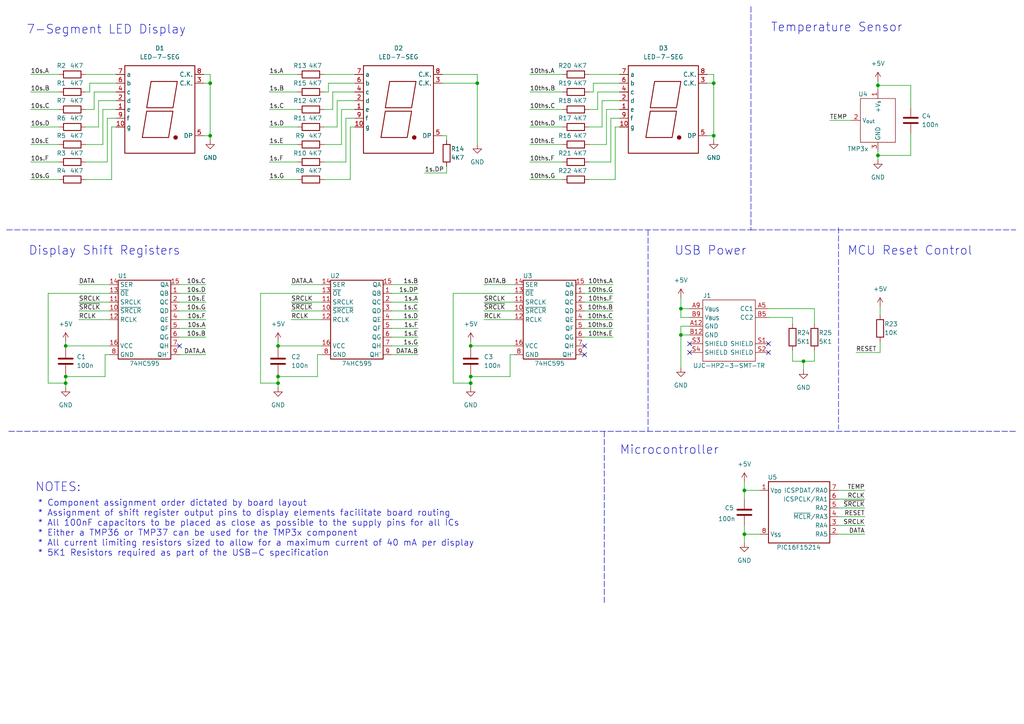
<source format=kicad_sch>
(kicad_sch (version 20230121) (generator eeschema)
  (paper "A4")
  (title_block (title "Desktop Thermometer - USB 2 Version") (date "28-Feb-2024") (rev "1.0-A"))
  (lib_symbols
    (symbol "Device:R" (pin_numbers hide) (pin_names (offset 0))
      (property "Reference" "R" (at 2.032 0 90))
      (property "Value" "R" (at 0 0 90))
      (symbol "R_0_1"
        (rectangle (start -1.016 -2.54) (end 1.016 2.54) (stroke (width 0.254)))
      )
      (symbol "R_1_1"
        (pin passive line (at 0 3.81 270) (length 1.27) (name "~") (number "1"))
        (pin passive line (at 0 -3.81 90) (length 1.27) (name "~") (number "2"))
      )
    )
    (symbol "Schematic Symbols:74HC595"
      (property "Reference" "U" (at -6.35 15.24 0))
      (property "Value" "74HC595" (at -2.54 12.7 0))
      (symbol "74HC595_1_0"
        (pin output line (at 10.16 7.62 180) (length 2.54) (name "QB") (number "1"))
        (pin input line (at -10.16 2.54 0) (length 2.54) (name "~{SRCLR}") (number "10"))
        (pin input line (at -10.16 5.08 0) (length 2.54) (name "SRCLK") (number "11"))
        (pin input line (at -10.16 0 0) (length 2.54) (name "RCLK") (number "12"))
        (pin input line (at -10.16 7.62 0) (length 2.54) (name "~{OE}") (number "13"))
        (pin input line (at -10.16 10.16 0) (length 2.54) (name "SER") (number "14"))
        (pin output line (at 10.16 10.16 180) (length 2.54) (name "QA") (number "15"))
        (pin power_in line (at -10.16 -7.62 0) (length 2.54) (name "VCC") (number "16"))
        (pin output line (at 10.16 5.08 180) (length 2.54) (name "QC") (number "2"))
        (pin output line (at 10.16 2.54 180) (length 2.54) (name "QD") (number "3"))
        (pin output line (at 10.16 0 180) (length 2.54) (name "QE") (number "4"))
        (pin output line (at 10.16 -2.54 180) (length 2.54) (name "QF") (number "5"))
        (pin output line (at 10.16 -5.08 180) (length 2.54) (name "QG") (number "6"))
        (pin output line (at 10.16 -7.62 180) (length 2.54) (name "QH") (number "7"))
        (pin power_in line (at -10.16 -10.16 0) (length 2.54) (name "GND") (number "8"))
        (pin output line (at 10.16 -10.16 180) (length 2.54) (name "QH'") (number "9"))
      )
      (symbol "74HC595_1_1"
        (rectangle (start -7.62 11.43) (end 7.62 -11.43) (stroke (width 0.254)))
      )
    )
    (symbol "Schematic Symbols:C" (pin_numbers hide) (pin_names (offset 0.254))
      (property "Reference" "C" (at 0.635 2.54 0))
      (property "Value" "C" (at 0.635 -2.54 0))
      (symbol "C_0_1"
        (polyline (pts (xy -2.032 -0.762) (xy 2.032 -0.762)) (stroke (width 0.508)))
        (polyline (pts (xy -2.032 0.762) (xy 2.032 0.762)) (stroke (width 0.508)))
      )
      (symbol "C_1_1"
        (pin passive line (at 0 3.81 270) (length 2.794) (name "~") (number "1"))
        (pin passive line (at 0 -3.81 90) (length 2.794) (name "~") (number "2"))
      )
    )
    (symbol "Schematic Symbols:LED-7-SEG"
      (property "Reference" "D" (at -10.16 13.97 0))
      (property "Value" "LED-7-SEG" (at 4.064 13.97 0))
      (symbol "LED-7-SEG_0_1"
        (rectangle (start -10.16 12.7) (end 10.16 -12.7) (stroke (width 0.254)))
        (polyline (pts (xy -3.81 -0.508) (xy 3.81 -0.508) (xy 2.54 -8.128) (xy -5.08 -8.128) (xy -3.81 -0.508) (xy -3.81 -0.508)) (stroke (width 0.254)))
        (polyline (pts (xy -2.54 8.128) (xy 5.08 8.128) (xy 3.81 0.508) (xy -3.81 0.508) (xy -2.54 8.128) (xy -2.54 8.128)) (stroke (width 0.254)))
        (circle (center 4.572 -8.128) (radius 0.508) (stroke (width 0.254)) (fill (type outline)))
      )
      (symbol "LED-7-SEG_1_1"
        (pin passive line (at -12.7 0 0) (length 2.54) (name "e") (number "1"))
        (pin passive line (at -12.7 -5.08 0) (length 2.54) (name "g") (number "10"))
        (pin passive line (at -12.7 2.54 0) (length 2.54) (name "d") (number "2"))
        (pin passive line (at 12.7 7.62 180) (length 2.54) (name "C.K.") (number "3"))
        (pin passive line (at -12.7 5.08 0) (length 2.54) (name "c") (number "4"))
        (pin passive line (at 12.7 -7.62 180) (length 2.54) (name "DP") (number "5"))
        (pin passive line (at -12.7 7.62 0) (length 2.54) (name "b") (number "6"))
        (pin passive line (at -12.7 10.16 0) (length 2.54) (name "a") (number "7"))
        (pin passive line (at 12.7 10.16 180) (length 2.54) (name "C.K.") (number "8"))
        (pin passive line (at -12.7 -2.54 0) (length 2.54) (name "f") (number "9"))
      )
    )
    (symbol "Schematic Symbols:PIC16F15214"
      (property "Reference" "U" (at -8.89 10.16 0))
      (property "Value" "PIC16F15214" (at 0 -10.16 0))
      (symbol "PIC16F15214_0_1"
        (rectangle (start -8.89 8.89) (end 8.89 -8.89) (stroke (width 0.254)))
      )
      (symbol "PIC16F15214_1_1"
        (pin power_in line (at -11.43 6.35 0) (length 2.54) (name "V_{DD}") (number "1"))
        (pin bidirectional line (at 11.43 -6.35 180) (length 2.54) (name "RA5") (number "2"))
        (pin bidirectional line (at 11.43 -3.81 180) (length 2.54) (name "RA4") (number "3"))
        (pin bidirectional line (at 11.43 -1.27 180) (length 2.54) (name "~{MCLR}/RA3") (number "4"))
        (pin bidirectional line (at 11.43 1.27 180) (length 2.54) (name "RA2") (number "5"))
        (pin bidirectional line (at 11.43 3.81 180) (length 2.54) (name "ICSPCLK/RA1") (number "6"))
        (pin bidirectional line (at 11.43 6.35 180) (length 2.54) (name "ICSPDAT/RA0") (number "7"))
        (pin power_in line (at -11.43 -6.35 0) (length 2.54) (name "V_{SS}") (number "8"))
      )
    )
    (symbol "Schematic Symbols:TMP3x"
      (property "Reference" "U" (at -5.08 7.62 0))
      (property "Value" "TMP3x" (at 3.81 -7.62 0))
      (symbol "TMP3x_0_1"
        (rectangle (start -5.08 6.35) (end 5.08 -6.35))
      )
      (symbol "TMP3x_1_1"
        (pin power_in line (at 0 8.89 270) (length 2.54) (name "+V_{s}") (number "1"))
        (pin output line (at 7.62 0 180) (length 2.54) (name "V_{out}") (number "2"))
        (pin power_in line (at 0 -8.89 90) (length 2.54) (name "GND") (number "3"))
      )
    )
    (symbol "Schematic Symbols:USB_TYPE_C"
      (property "Reference" "J" (at -6.35 10.16 0))
      (property "Value" "UJC-HP2-3-SMT-TR" (at 0 -10.16 0))
      (symbol "USB_TYPE_C_0_1"
        (rectangle (start -7.62 8.89) (end 7.62 -8.89))
      )
      (symbol "USB_TYPE_C_1_1"
        (pin power_out line (at -11.43 1.27 0) (length 3.81) (name "GND") (number "A12"))
        (pin passive line (at 11.43 6.35 180) (length 3.81) (name "CC1") (number "A5"))
        (pin power_out line (at -11.43 6.35 0) (length 3.81) (name "V_{BUS}") (number "A9"))
        (pin power_out line (at -11.43 -1.27 0) (length 3.81) (name "GND") (number "B12"))
        (pin passive line (at 11.43 3.81 180) (length 3.81) (name "CC2") (number "B5"))
        (pin power_out line (at -11.43 3.81 0) (length 3.81) (name "V_{BUS}") (number "B9"))
        (pin passive line (at 11.43 -3.81 180) (length 3.81) (name "SHIELD") (number "S1"))
        (pin passive line (at 11.43 -6.35 180) (length 3.81) (name "SHIELD") (number "S2"))
        (pin passive line (at -11.43 -3.81 0) (length 3.81) (name "SHIELD") (number "S3"))
        (pin passive line (at -11.43 -6.35 0) (length 3.81) (name "SHIELD") (number "S4"))
      )
    )
    (symbol "power:+5V" (power) (pin_names (offset 0))
      (property "Value" "+5V" (at 0 3.556 0))
      (symbol "+5V_0_1"
        (polyline (pts (xy -0.762 1.27) (xy 0 2.54)))
        (polyline (pts (xy 0 0) (xy 0 2.54)))
        (polyline (pts (xy 0 2.54) (xy 0.762 1.27)))
      )
      (symbol "+5V_1_1"
        (pin power_in line (at 0 0 90) (length 0) hide (name "+5V") (number "1"))
      )
    )
    (symbol "power:GND" (power) (pin_names (offset 0))
      (property "Value" "GND" (at 0 -3.81 0))
      (symbol "GND_0_1"
        (polyline (pts (xy 0 0) (xy 0 -1.27) (xy 1.27 -1.27) (xy 0 -2.54) (xy -1.27 -1.27) (xy 0 -1.27)))
      )
      (symbol "GND_1_1"
        (pin power_in line (at 0 0 270) (length 0) hide (name "GND") (number "1"))
      )
    )
  )
  (junction (at 80.645 100.33))
  (junction (at 60.96 24.13))
  (junction (at 136.525 100.33))
  (junction (at 19.05 111.125))
  (junction (at 80.645 109.22))
  (junction (at 60.96 39.37))
  (junction (at 233.045 104.775))
  (junction (at 136.525 109.22))
  (junction (at 215.9 154.94))
  (junction (at 197.485 97.155))
  (junction (at 207.01 24.13))
  (junction (at 215.9 142.24))
  (junction (at 197.485 89.535))
  (junction (at 19.05 100.33))
  (junction (at 207.01 39.37))
  (junction (at 19.05 109.22))
  (junction (at 80.645 111.125))
  (junction (at 138.43 24.13))
  (junction (at 136.525 111.125))
  (junction (at 254.635 45.085))
  (junction (at 254.635 24.765))
  (no_connect (at 200.025 102.235))
  (no_connect (at 169.545 102.87))
  (no_connect (at 200.025 99.695))
  (no_connect (at 222.885 102.235))
  (no_connect (at 52.07 100.33))
  (no_connect (at 169.545 100.33))
  (no_connect (at 222.885 99.695))
  (wire (pts (xy 197.485 97.155) (xy 200.025 97.155)))
  (wire (pts (xy 80.645 109.22) (xy 80.645 108.585)))
  (wire (pts (xy 178.435 36.83) (xy 178.435 52.07)))
  (wire (pts (xy 80.645 111.125) (xy 80.645 112.395)))
  (wire (pts (xy 84.455 87.63) (xy 93.345 87.63)))
  (wire (pts (xy 78.105 52.07) (xy 86.36 52.07)))
  (wire (pts (xy 264.16 38.735) (xy 264.16 45.085)))
  (polyline (pts (xy 1.905 66.675) (xy 217.805 66.675)) (stroke (width 0) (type dash)))
  (wire (pts (xy 136.525 99.06) (xy 136.525 100.33)))
  (polyline (pts (xy 187.96 66.675) (xy 187.96 125.095)) (stroke (width 0) (type dash)))
  (wire (pts (xy 169.545 85.09) (xy 177.8 85.09)))
  (wire (pts (xy 129.54 48.26) (xy 129.54 50.165)))
  (wire (pts (xy 205.105 39.37) (xy 207.01 39.37)))
  (wire (pts (xy 169.545 95.25) (xy 177.8 95.25)))
  (wire (pts (xy 179.705 29.21) (xy 174.625 29.21)))
  (wire (pts (xy 33.655 24.13) (xy 26.035 24.13)))
  (wire (pts (xy 243.205 142.24) (xy 250.825 142.24)))
  (wire (pts (xy 113.665 95.25) (xy 121.285 95.25)))
  (wire (pts (xy 31.115 34.29) (xy 31.115 46.99)))
  (wire (pts (xy 177.165 34.29) (xy 177.165 46.99)))
  (wire (pts (xy 140.335 82.55) (xy 149.225 82.55)))
  (wire (pts (xy 78.105 31.75) (xy 86.36 31.75)))
  (wire (pts (xy 24.765 31.75) (xy 27.305 31.75)))
  (wire (pts (xy 93.98 31.75) (xy 96.52 31.75)))
  (wire (pts (xy 8.89 52.07) (xy 17.145 52.07)))
  (wire (pts (xy 19.05 100.33) (xy 19.05 100.965)))
  (wire (pts (xy 33.655 34.29) (xy 31.115 34.29)))
  (wire (pts (xy 102.87 36.83) (xy 101.6 36.83)))
  (wire (pts (xy 233.045 104.775) (xy 233.045 107.315)))
  (wire (pts (xy 52.07 82.55) (xy 59.69 82.55)))
  (wire (pts (xy 93.98 26.67) (xy 95.25 26.67)))
  (wire (pts (xy 149.225 102.87) (xy 147.955 102.87)))
  (wire (pts (xy 8.89 36.83) (xy 17.145 36.83)))
  (wire (pts (xy 8.89 46.99) (xy 17.145 46.99)))
  (wire (pts (xy 102.87 29.21) (xy 97.79 29.21)))
  (wire (pts (xy 153.67 21.59) (xy 163.195 21.59)))
  (wire (pts (xy 197.485 89.535) (xy 197.485 92.075)))
  (wire (pts (xy 59.055 24.13) (xy 60.96 24.13)))
  (wire (pts (xy 30.48 109.22) (xy 19.05 109.22)))
  (wire (pts (xy 60.96 24.13) (xy 60.96 39.37)))
  (wire (pts (xy 113.665 82.55) (xy 121.285 82.55)))
  (wire (pts (xy 80.645 109.22) (xy 80.645 111.125)))
  (wire (pts (xy 113.665 92.71) (xy 121.285 92.71)))
  (wire (pts (xy 179.705 34.29) (xy 177.165 34.29)))
  (wire (pts (xy 140.335 87.63) (xy 149.225 87.63)))
  (wire (pts (xy 31.75 102.87) (xy 30.48 102.87)))
  (wire (pts (xy 169.545 92.71) (xy 177.8 92.71)))
  (wire (pts (xy 75.565 85.09) (xy 75.565 111.125)))
  (wire (pts (xy 93.98 46.99) (xy 100.33 46.99)))
  (wire (pts (xy 29.845 31.75) (xy 29.845 41.91)))
  (wire (pts (xy 52.07 92.71) (xy 59.69 92.71)))
  (wire (pts (xy 78.105 46.99) (xy 86.36 46.99)))
  (wire (pts (xy 243.205 149.86) (xy 250.825 149.86)))
  (wire (pts (xy 254.635 45.085) (xy 254.635 46.355)))
  (wire (pts (xy 179.705 26.67) (xy 173.355 26.67)))
  (wire (pts (xy 138.43 21.59) (xy 138.43 24.13)))
  (wire (pts (xy 22.86 82.55) (xy 31.75 82.55)))
  (wire (pts (xy 153.67 26.67) (xy 163.195 26.67)))
  (wire (pts (xy 8.89 41.91) (xy 17.145 41.91)))
  (wire (pts (xy 233.045 104.775) (xy 236.22 104.775)))
  (wire (pts (xy 197.485 89.535) (xy 200.025 89.535)))
  (wire (pts (xy 59.055 39.37) (xy 60.96 39.37)))
  (wire (pts (xy 13.97 85.09) (xy 13.97 111.125)))
  (wire (pts (xy 102.87 24.13) (xy 95.25 24.13)))
  (wire (pts (xy 264.16 31.115) (xy 264.16 24.765)))
  (wire (pts (xy 264.16 45.085) (xy 254.635 45.085)))
  (wire (pts (xy 229.87 92.075) (xy 229.87 93.98)))
  (wire (pts (xy 222.885 92.075) (xy 229.87 92.075)))
  (wire (pts (xy 197.485 86.36) (xy 197.485 89.535)))
  (wire (pts (xy 172.085 24.13) (xy 172.085 26.67)))
  (wire (pts (xy 243.205 144.78) (xy 250.825 144.78)))
  (wire (pts (xy 84.455 90.17) (xy 93.345 90.17)))
  (wire (pts (xy 24.765 36.83) (xy 28.575 36.83)))
  (wire (pts (xy 254.635 24.765) (xy 254.635 26.035)))
  (wire (pts (xy 113.665 100.33) (xy 121.285 100.33)))
  (wire (pts (xy 215.9 142.24) (xy 215.9 144.78)))
  (wire (pts (xy 215.9 154.94) (xy 220.345 154.94)))
  (wire (pts (xy 170.815 21.59) (xy 179.705 21.59)))
  (polyline (pts (xy 243.205 66.04) (xy 243.205 124.46)) (stroke (width 0) (type dash)))
  (wire (pts (xy 52.07 95.25) (xy 59.69 95.25)))
  (wire (pts (xy 92.075 109.22) (xy 80.645 109.22)))
  (wire (pts (xy 153.67 41.91) (xy 163.195 41.91)))
  (wire (pts (xy 153.67 31.75) (xy 163.195 31.75)))
  (wire (pts (xy 24.765 41.91) (xy 29.845 41.91)))
  (wire (pts (xy 175.895 31.75) (xy 175.895 41.91)))
  (wire (pts (xy 255.27 99.06) (xy 255.27 102.235)))
  (wire (pts (xy 229.87 104.775) (xy 233.045 104.775)))
  (wire (pts (xy 153.67 46.99) (xy 163.195 46.99)))
  (wire (pts (xy 243.205 147.32) (xy 250.825 147.32)))
  (wire (pts (xy 78.105 26.67) (xy 86.36 26.67)))
  (wire (pts (xy 170.815 52.07) (xy 178.435 52.07)))
  (wire (pts (xy 59.055 21.59) (xy 60.96 21.59)))
  (wire (pts (xy 136.525 100.33) (xy 149.225 100.33)))
  (wire (pts (xy 24.765 26.67) (xy 26.035 26.67)))
  (wire (pts (xy 153.67 52.07) (xy 163.195 52.07)))
  (wire (pts (xy 128.27 39.37) (xy 129.54 39.37)))
  (wire (pts (xy 128.27 24.13) (xy 138.43 24.13)))
  (wire (pts (xy 170.815 41.91) (xy 175.895 41.91)))
  (wire (pts (xy 93.345 102.87) (xy 92.075 102.87)))
  (wire (pts (xy 222.885 89.535) (xy 236.22 89.535)))
  (wire (pts (xy 26.035 24.13) (xy 26.035 26.67)))
  (wire (pts (xy 215.9 139.7) (xy 215.9 142.24)))
  (wire (pts (xy 240.665 34.925) (xy 247.015 34.925)))
  (wire (pts (xy 8.89 26.67) (xy 17.145 26.67)))
  (wire (pts (xy 236.22 89.535) (xy 236.22 93.98)))
  (wire (pts (xy 113.665 102.87) (xy 121.285 102.87)))
  (wire (pts (xy 207.01 21.59) (xy 207.01 24.13)))
  (wire (pts (xy 215.9 152.4) (xy 215.9 154.94)))
  (wire (pts (xy 78.105 41.91) (xy 86.36 41.91)))
  (wire (pts (xy 254.635 43.815) (xy 254.635 45.085)))
  (wire (pts (xy 170.815 46.99) (xy 177.165 46.99)))
  (wire (pts (xy 19.05 109.22) (xy 19.05 108.585)))
  (wire (pts (xy 197.485 92.075) (xy 200.025 92.075)))
  (wire (pts (xy 138.43 24.13) (xy 138.43 41.91)))
  (wire (pts (xy 179.705 31.75) (xy 175.895 31.75)))
  (wire (pts (xy 197.485 97.155) (xy 197.485 106.68)))
  (wire (pts (xy 78.105 36.83) (xy 86.36 36.83)))
  (wire (pts (xy 113.665 85.09) (xy 121.285 85.09)))
  (wire (pts (xy 264.16 24.765) (xy 254.635 24.765)))
  (wire (pts (xy 52.07 102.87) (xy 59.69 102.87)))
  (wire (pts (xy 52.07 87.63) (xy 59.69 87.63)))
  (wire (pts (xy 207.01 39.37) (xy 207.01 40.64)))
  (wire (pts (xy 101.6 36.83) (xy 101.6 52.07)))
  (wire (pts (xy 205.105 24.13) (xy 207.01 24.13)))
  (wire (pts (xy 169.545 97.79) (xy 177.8 97.79)))
  (wire (pts (xy 179.705 24.13) (xy 172.085 24.13)))
  (wire (pts (xy 102.87 26.67) (xy 96.52 26.67)))
  (wire (pts (xy 8.89 21.59) (xy 17.145 21.59)))
  (wire (pts (xy 248.285 102.235) (xy 255.27 102.235)))
  (wire (pts (xy 220.345 142.24) (xy 215.9 142.24)))
  (wire (pts (xy 197.485 94.615) (xy 197.485 97.155)))
  (wire (pts (xy 97.79 29.21) (xy 97.79 36.83)))
  (wire (pts (xy 22.86 90.17) (xy 31.75 90.17)))
  (polyline (pts (xy 217.805 66.675) (xy 294.64 66.675)) (stroke (width 0) (type dash)))
  (wire (pts (xy 84.455 82.55) (xy 93.345 82.55)))
  (wire (pts (xy 100.33 34.29) (xy 100.33 46.99)))
  (wire (pts (xy 102.87 34.29) (xy 100.33 34.29)))
  (wire (pts (xy 60.96 21.59) (xy 60.96 24.13)))
  (wire (pts (xy 113.665 87.63) (xy 121.285 87.63)))
  (wire (pts (xy 140.335 90.17) (xy 149.225 90.17)))
  (wire (pts (xy 149.225 85.09) (xy 131.445 85.09)))
  (wire (pts (xy 33.655 36.83) (xy 32.385 36.83)))
  (wire (pts (xy 236.22 104.775) (xy 236.22 101.6)))
  (wire (pts (xy 93.98 41.91) (xy 99.06 41.91)))
  (wire (pts (xy 147.955 109.22) (xy 136.525 109.22)))
  (wire (pts (xy 136.525 109.22) (xy 136.525 111.125)))
  (wire (pts (xy 92.075 102.87) (xy 92.075 109.22)))
  (wire (pts (xy 93.98 36.83) (xy 97.79 36.83)))
  (wire (pts (xy 24.765 52.07) (xy 32.385 52.07)))
  (wire (pts (xy 93.98 52.07) (xy 101.6 52.07)))
  (wire (pts (xy 174.625 29.21) (xy 174.625 36.83)))
  (wire (pts (xy 80.645 100.33) (xy 80.645 100.965)))
  (wire (pts (xy 170.815 26.67) (xy 172.085 26.67)))
  (wire (pts (xy 169.545 87.63) (xy 177.8 87.63)))
  (wire (pts (xy 84.455 92.71) (xy 93.345 92.71)))
  (wire (pts (xy 254.635 23.495) (xy 254.635 24.765)))
  (wire (pts (xy 131.445 111.125) (xy 136.525 111.125)))
  (wire (pts (xy 95.25 24.13) (xy 95.25 26.67)))
  (wire (pts (xy 243.205 152.4) (xy 250.825 152.4)))
  (wire (pts (xy 215.9 154.94) (xy 215.9 157.48)))
  (wire (pts (xy 131.445 85.09) (xy 131.445 111.125)))
  (wire (pts (xy 169.545 90.17) (xy 177.8 90.17)))
  (wire (pts (xy 19.05 99.06) (xy 19.05 100.33)))
  (wire (pts (xy 52.07 90.17) (xy 59.69 90.17)))
  (wire (pts (xy 96.52 26.67) (xy 96.52 31.75)))
  (wire (pts (xy 140.335 92.71) (xy 149.225 92.71)))
  (wire (pts (xy 128.27 21.59) (xy 138.43 21.59)))
  (wire (pts (xy 30.48 102.87) (xy 30.48 109.22)))
  (wire (pts (xy 136.525 109.22) (xy 136.525 108.585)))
  (wire (pts (xy 147.955 102.87) (xy 147.955 109.22)))
  (wire (pts (xy 113.665 90.17) (xy 121.285 90.17)))
  (wire (pts (xy 136.525 111.125) (xy 136.525 112.395)))
  (wire (pts (xy 24.765 46.99) (xy 31.115 46.99)))
  (wire (pts (xy 153.67 36.83) (xy 163.195 36.83)))
  (wire (pts (xy 52.07 85.09) (xy 59.69 85.09)))
  (wire (pts (xy 75.565 111.125) (xy 80.645 111.125)))
  (wire (pts (xy 80.645 100.33) (xy 93.345 100.33)))
  (wire (pts (xy 255.27 88.9) (xy 255.27 91.44)))
  (wire (pts (xy 22.86 87.63) (xy 31.75 87.63)))
  (wire (pts (xy 205.105 21.59) (xy 207.01 21.59)))
  (wire (pts (xy 243.205 154.94) (xy 250.825 154.94)))
  (wire (pts (xy 129.54 39.37) (xy 129.54 40.64)))
  (wire (pts (xy 19.05 100.33) (xy 31.75 100.33)))
  (wire (pts (xy 78.105 21.59) (xy 86.36 21.59)))
  (wire (pts (xy 102.87 31.75) (xy 99.06 31.75)))
  (wire (pts (xy 99.06 31.75) (xy 99.06 41.91)))
  (wire (pts (xy 32.385 36.83) (xy 32.385 52.07)))
  (wire (pts (xy 28.575 29.21) (xy 28.575 36.83)))
  (wire (pts (xy 123.19 50.165) (xy 129.54 50.165)))
  (wire (pts (xy 80.645 99.06) (xy 80.645 100.33)))
  (wire (pts (xy 229.87 101.6) (xy 229.87 104.775)))
  (wire (pts (xy 31.75 85.09) (xy 13.97 85.09)))
  (wire (pts (xy 22.86 92.71) (xy 31.75 92.71)))
  (wire (pts (xy 173.355 26.67) (xy 173.355 31.75)))
  (wire (pts (xy 136.525 100.33) (xy 136.525 100.965)))
  (wire (pts (xy 113.665 97.79) (xy 121.285 97.79)))
  (wire (pts (xy 33.655 26.67) (xy 27.305 26.67)))
  (wire (pts (xy 93.98 21.59) (xy 102.87 21.59)))
  (wire (pts (xy 27.305 26.67) (xy 27.305 31.75)))
  (wire (pts (xy 179.705 36.83) (xy 178.435 36.83)))
  (wire (pts (xy 60.96 39.37) (xy 60.96 40.64)))
  (wire (pts (xy 13.97 111.125) (xy 19.05 111.125)))
  (polyline (pts (xy 175.26 125.095) (xy 175.26 175.26)) (stroke (width 0) (type dash)))
  (wire (pts (xy 93.345 85.09) (xy 75.565 85.09)))
  (wire (pts (xy 24.765 21.59) (xy 33.655 21.59)))
  (wire (pts (xy 33.655 29.21) (xy 28.575 29.21)))
  (polyline (pts (xy 217.805 1.905) (xy 217.805 66.675)) (stroke (width 0) (type dash)))
  (wire (pts (xy 170.815 36.83) (xy 174.625 36.83)))
  (wire (pts (xy 169.545 82.55) (xy 177.8 82.55)))
  (wire (pts (xy 8.89 31.75) (xy 17.145 31.75)))
  (wire (pts (xy 170.815 31.75) (xy 173.355 31.75)))
  (wire (pts (xy 19.05 111.125) (xy 19.05 112.395)))
  (wire (pts (xy 52.07 97.79) (xy 59.69 97.79)))
  (wire (pts (xy 33.655 31.75) (xy 29.845 31.75)))
  (wire (pts (xy 19.05 109.22) (xy 19.05 111.125)))
  (wire (pts (xy 207.01 24.13) (xy 207.01 39.37)))
  (polyline (pts (xy 2.54 125.095) (xy 294.64 125.095)) (stroke (width 0) (type dash)))
  (wire (pts (xy 200.025 94.615) (xy 197.485 94.615)))
  (text "Microcontroller" (at 179.705 132.08 0) (effects (font (size 2.54 2.54)) (justify left bottom)))
  (text "Temperature Sensor" (at 223.52 9.525 0) (effects (font (size 2.54 2.54)) (justify left bottom)))
  (text "USB Power" (at 195.58 74.295 0) (effects (font (size 2.54 2.54)) (justify left bottom)))
  (text "* Component assignment order dictated by board layout\n* Assignment of shift register output pins to display elements facilitate board routing\n* All 100nF capacitors to be placed as close as possible to the supply pins for all ICs\n* Either a TMP36 or TMP37 can be used for the TMP3x component\n* All current limiting resistors sized to allow for a maximum current of 40 mA per display\n* 5K1 Resistors required as part of the USB-C specification" (at 10.922 161.544 0) (effects (font (size 1.8 1.8)) (justify left bottom)))
  (text "Display Shift Registers" (at 8.255 74.295 0) (effects (font (size 2.54 2.54)) (justify left bottom)))
  (text "NOTES:" (at 10.16 142.875 0) (effects (font (size 2.54 2.54)) (justify left bottom)))
  (text "7-Segment LED Display" (at 7.62 10.16 0) (effects (font (size 2.54 2.54)) (justify left bottom)))
  (text "MCU Reset Control" (at 245.745 74.295 0) (effects (font (size 2.54 2.54)) (justify left bottom)))
  (label "10ths.B" (at 153.67 26.67 0))
  (label "10s.C" (at 8.89 31.75 0))
  (label "10ths.G" (at 153.67 52.07 0))
  (label "10s.D" (at 59.69 85.09 180))
  (label "TEMP" (at 250.825 142.24 180))
  (label "RESET" (at 248.285 102.235 0))
  (label "~{SRCLK}" (at 84.455 90.17 0))
  (label "10s.F" (at 59.69 92.71 180))
  (label "10ths.D" (at 153.67 36.83 0))
  (label "10s.G" (at 8.89 52.07 0))
  (label "1s.D" (at 121.285 92.71 180))
  (label "SRCLK" (at 140.335 87.63 0))
  (label "10ths.E" (at 177.8 97.79 180))
  (label "10ths.C" (at 153.67 31.75 0))
  (label "DATA.A" (at 84.455 82.55 0))
  (label "~{SRCLK}" (at 250.825 147.32 180))
  (label "SRCLK" (at 22.86 87.63 0))
  (label "10ths.D" (at 177.8 95.25 180))
  (label "1s.A" (at 78.105 21.59 0))
  (label "10ths.C" (at 177.8 92.71 180))
  (label "1s.B" (at 78.105 26.67 0))
  (label "1s.A" (at 121.285 87.63 180))
  (label "10s.E" (at 8.89 41.91 0))
  (label "DATA.A" (at 59.69 102.87 180))
  (label "10s.C" (at 59.69 82.55 180))
  (label "1s.G" (at 121.285 100.33 180))
  (label "1s.C" (at 78.105 31.75 0))
  (label "~{SRCLK}" (at 22.86 90.17 0))
  (label "10s.B" (at 59.69 97.79 180))
  (label "DATA" (at 250.825 154.94 180))
  (label "10s.D" (at 8.89 36.83 0))
  (label "RCLK" (at 140.335 92.71 0))
  (label "10s.A" (at 8.89 21.59 0))
  (label "10ths.G" (at 177.8 85.09 180))
  (label "10ths.F" (at 177.8 87.63 180))
  (label "RCLK" (at 84.455 92.71 0))
  (label "10s.E" (at 59.69 87.63 180))
  (label "~{SRCLK}" (at 140.335 90.17 0))
  (label "1s.D" (at 78.105 36.83 0))
  (label "1s.B" (at 121.285 82.55 180))
  (label "10ths.A" (at 153.67 21.59 0))
  (label "1s.C" (at 121.285 90.17 180))
  (label "1s.E" (at 78.105 41.91 0))
  (label "10s.B" (at 8.89 26.67 0))
  (label "SRCLK" (at 250.825 152.4 180))
  (label "1s.E" (at 121.285 97.79 180))
  (label "RCLK" (at 22.86 92.71 0))
  (label "TEMP" (at 240.665 34.925 0))
  (label "10s.G" (at 59.69 90.17 180))
  (label "1s.G" (at 78.105 52.07 0))
  (label "10ths.E" (at 153.67 41.91 0))
  (label "RCLK" (at 250.825 144.78 180))
  (label "10ths.B" (at 177.8 90.17 180))
  (label "1s.F" (at 121.285 95.25 180))
  (label "DATA.B" (at 121.285 102.87 180))
  (label "1s.F" (at 78.105 46.99 0))
  (label "SRCLK" (at 84.455 87.63 0))
  (label "DATA" (at 22.86 82.55 0))
  (label "10s.A" (at 59.69 95.25 180))
  (label "RESET" (at 250.825 149.86 180))
  (label "DATA.B" (at 140.335 82.55 0))
  (label "10s.F" (at 8.89 46.99 0))
  (label "1s.DP" (at 121.285 85.09 180))
  (label "10ths.F" (at 153.67 46.99 0))
  (label "1s.DP" (at 123.19 50.165 0))
  (label "10ths.A" (at 177.8 82.55 180))
  (symbol (lib_id "Device:R") (at 90.17 26.67 90) (unit 1)
    (property "Reference" "R15" (at 86.995 24.13 90))
    (property "Value" "4K7" (at 91.44 24.13 90))
    (property "Footprint" "Resistor_THT:R_Axial_DIN0207_L6.3mm_D2.5mm_P10.16mm_Horizontal" (effects hide))
    (property "Datasheet" "https://www.seielect.com/catalog/sei-cf_cfm.pdf" (effects hide))
  )
  (symbol (lib_id "power:+5V") (at 197.485 86.36 0) (unit 1)
    (property "Reference" "#PWR014" (effects hide))
    (property "Value" "+5V" (at 197.485 81.28 0))
  )
  (symbol (lib_id "power:GND") (at 207.01 40.64 0) (unit 1)
    (property "Reference" "#PWR04" (effects hide))
    (property "Value" "GND" (at 207.01 45.72 0))
  )
  (symbol (lib_id "power:GND") (at 215.9 157.48 0) (unit 1)
    (property "Reference" "#PWR018" (effects hide))
    (property "Value" "GND" (at 215.9 162.56 0))
  )
  (symbol (lib_id "power:+5V") (at 215.9 139.7 0) (unit 1)
    (property "Reference" "#PWR015" (effects hide))
    (property "Value" "+5V" (at 215.9 134.62 0))
  )
  (symbol (lib_id "Device:R") (at 90.17 31.75 90) (unit 1)
    (property "Reference" "R12" (at 86.995 29.21 90))
    (property "Value" "4K7" (at 91.44 29.21 90))
    (property "Footprint" "Resistor_THT:R_Axial_DIN0207_L6.3mm_D2.5mm_P10.16mm_Horizontal" (effects hide))
    (property "Datasheet" "https://www.seielect.com/catalog/sei-cf_cfm.pdf" (effects hide))
  )
  (symbol (lib_id "Device:R") (at 129.54 44.45 0) (unit 1)
    (property "Reference" "R14" (at 132.715 43.18 0))
    (property "Value" "4K7" (at 132.715 45.72 0))
    (property "Footprint" "Resistor_THT:R_Axial_DIN0207_L6.3mm_D2.5mm_P10.16mm_Horizontal" (effects hide))
    (property "Datasheet" "https://www.seielect.com/catalog/sei-cf_cfm.pdf" (effects hide))
  )
  (symbol (lib_id "Schematic Symbols:LED-7-SEG") (at 115.57 31.75 0) (unit 1)
    (property "Reference" "D2" (at 115.57 13.97 0))
    (property "Value" "LED-7-SEG" (at 115.57 16.51 0))
    (property "Footprint" "Footprints:LED-7-SEG" (effects hide))
    (property "Datasheet" "https://www.inolux-corp.com/datasheet/Display/Through-Hole-Display/SingleDigit/INND-TS56%20Series_V1.0.pdf" (effects hide))
  )
  (symbol (lib_id "Device:R") (at 90.17 21.59 90) (unit 1)
    (property "Reference" "R13" (at 86.995 19.05 90))
    (property "Value" "4K7" (at 91.44 19.05 90))
    (property "Footprint" "Resistor_THT:R_Axial_DIN0207_L6.3mm_D2.5mm_P10.16mm_Horizontal" (effects hide))
    (property "Datasheet" "https://www.seielect.com/catalog/sei-cf_cfm.pdf" (effects hide))
  )
  (symbol (lib_id "Device:R") (at 20.955 36.83 90) (unit 1)
    (property "Reference" "R6" (at 17.78 34.29 90))
    (property "Value" "4K7" (at 22.225 34.29 90))
    (property "Footprint" "Resistor_THT:R_Axial_DIN0207_L6.3mm_D2.5mm_P10.16mm_Horizontal" (effects hide))
    (property "Datasheet" "https://www.seielect.com/catalog/sei-cf_cfm.pdf" (effects hide))
  )
  (symbol (lib_id "power:+5V") (at 19.05 99.06 0) (unit 1)
    (property "Reference" "#PWR06" (effects hide))
    (property "Value" "+5V" (at 19.05 93.98 0))
  )
  (symbol (lib_id "Device:R") (at 167.005 41.91 90) (unit 1)
    (property "Reference" "R16" (at 163.83 39.37 90))
    (property "Value" "4K7" (at 168.275 39.37 90))
    (property "Footprint" "Resistor_THT:R_Axial_DIN0207_L6.3mm_D2.5mm_P10.16mm_Horizontal" (effects hide))
    (property "Datasheet" "https://www.seielect.com/catalog/sei-cf_cfm.pdf" (effects hide))
  )
  (symbol (lib_id "Schematic Symbols:USB_TYPE_C") (at 211.455 95.885 0) (unit 1)
    (property "Reference" "J1" (at 205.105 85.725 0))
    (property "Value" "UJC-HP2-3-SMT-TR" (at 211.455 106.045 0))
    (property "Footprint" "Footprints:CUI_UJC-HP2-3-SMT-TR" (effects hide))
    (property "Datasheet" "https://www.cuidevices.com/product/resource/ujc-hp2-3-smt-tr.pdf" (effects hide))
  )
  (symbol (lib_id "Schematic Symbols:LED-7-SEG") (at 46.355 31.75 0) (unit 1)
    (property "Reference" "D1" (at 46.355 13.97 0))
    (property "Value" "LED-7-SEG" (at 46.355 16.51 0))
    (property "Footprint" "Footprints:LED-7-SEG" (effects hide))
    (property "Datasheet" "https://www.inolux-corp.com/datasheet/Display/Through-Hole-Display/SingleDigit/INND-TS56%20Series_V1.0.pdf" (effects hide))
  )
  (symbol (lib_id "Device:R") (at 229.87 97.79 0) (unit 1)
    (property "Reference" "R24" (at 233.045 96.52 0))
    (property "Value" "5K1" (at 233.045 99.06 0))
    (property "Footprint" "Resistor_THT:R_Axial_DIN0207_L6.3mm_D2.5mm_P10.16mm_Horizontal" (effects hide))
    (property "Datasheet" "https://www.seielect.com/catalog/sei-cf_cfm.pdf" (effects hide))
  )
  (symbol (lib_id "power:GND") (at 60.96 40.64 0) (unit 1)
    (property "Reference" "#PWR03" (effects hide))
    (property "Value" "GND" (at 60.96 45.72 0))
  )
  (symbol (lib_id "Device:R") (at 167.005 36.83 90) (unit 1)
    (property "Reference" "R17" (at 163.83 34.29 90))
    (property "Value" "4K7" (at 168.275 34.29 90))
    (property "Footprint" "Resistor_THT:R_Axial_DIN0207_L6.3mm_D2.5mm_P10.16mm_Horizontal" (effects hide))
    (property "Datasheet" "https://www.seielect.com/catalog/sei-cf_cfm.pdf" (effects hide))
  )
  (symbol (lib_id "power:GND") (at 19.05 112.395 0) (unit 1)
    (property "Reference" "#PWR010" (effects hide))
    (property "Value" "GND" (at 19.05 117.475 0))
  )
  (symbol (lib_id "power:+5V") (at 255.27 88.9 0) (unit 1)
    (property "Reference" "#PWR016" (effects hide))
    (property "Value" "+5V" (at 255.27 83.82 0))
  )
  (symbol (lib_id "Device:R") (at 20.955 21.59 90) (unit 1)
    (property "Reference" "R2" (at 17.78 19.05 90))
    (property "Value" "4K7" (at 22.225 19.05 90))
    (property "Footprint" "Resistor_THT:R_Axial_DIN0207_L6.3mm_D2.5mm_P10.16mm_Horizontal" (effects hide))
    (property "Datasheet" "https://www.seielect.com/catalog/sei-cf_cfm.pdf" (effects hide))
  )
  (symbol (lib_id "Device:R") (at 255.27 95.25 0) (unit 1)
    (property "Reference" "R23" (at 258.445 93.98 0))
    (property "Value" "10K" (at 258.445 96.52 0))
    (property "Footprint" "Resistor_THT:R_Axial_DIN0207_L6.3mm_D2.5mm_P10.16mm_Horizontal" (effects hide))
    (property "Datasheet" "https://www.seielect.com/catalog/sei-cf_cfm.pdf" (effects hide))
  )
  (symbol (lib_id "Schematic Symbols:C") (at 215.9 148.59 0) (unit 1)
    (property "Reference" "C5" (at 210.185 147.32 0) (effects (justify left)))
    (property "Value" "100n" (at 208.28 150.495 0) (effects (justify left)))
    (property "Footprint" "Footprints:C_Epoxy_D5.5mm_W3.2mm_P5.00mm" (effects hide))
    (property "Datasheet" "https://www.vishay.com/docs/45171/kseries.pdf" (effects hide))
  )
  (symbol (lib_id "Device:R") (at 20.955 26.67 90) (unit 1)
    (property "Reference" "R1" (at 17.78 24.13 90))
    (property "Value" "4K7" (at 22.225 24.13 90))
    (property "Footprint" "Resistor_THT:R_Axial_DIN0207_L6.3mm_D2.5mm_P10.16mm_Horizontal" (effects hide))
    (property "Datasheet" "https://www.seielect.com/catalog/sei-cf_cfm.pdf" (effects hide))
  )
  (symbol (lib_id "Device:R") (at 20.955 41.91 90) (unit 1)
    (property "Reference" "R5" (at 17.78 39.37 90))
    (property "Value" "4K7" (at 22.225 39.37 90))
    (property "Footprint" "Resistor_THT:R_Axial_DIN0207_L6.3mm_D2.5mm_P10.16mm_Horizontal" (effects hide))
    (property "Datasheet" "https://www.seielect.com/catalog/sei-cf_cfm.pdf" (effects hide))
  )
  (symbol (lib_id "power:GND") (at 136.525 112.395 0) (unit 1)
    (property "Reference" "#PWR012" (effects hide))
    (property "Value" "GND" (at 136.525 117.475 0))
  )
  (symbol (lib_id "power:GND") (at 197.485 106.68 0) (unit 1)
    (property "Reference" "#PWR01" (effects hide))
    (property "Value" "GND" (at 197.485 111.76 0))
  )
  (symbol (lib_id "power:+5V") (at 136.525 99.06 0) (unit 1)
    (property "Reference" "#PWR08" (effects hide))
    (property "Value" "+5V" (at 136.525 93.98 0))
  )
  (symbol (lib_id "power:GND") (at 80.645 112.395 0) (unit 1)
    (property "Reference" "#PWR011" (effects hide))
    (property "Value" "GND" (at 80.645 117.475 0))
  )
  (symbol (lib_id "Device:R") (at 20.955 52.07 90) (unit 1)
    (property "Reference" "R4" (at 17.78 49.53 90))
    (property "Value" "4K7" (at 22.225 49.53 90))
    (property "Footprint" "Resistor_THT:R_Axial_DIN0207_L6.3mm_D2.5mm_P10.16mm_Horizontal" (effects hide))
    (property "Datasheet" "https://www.seielect.com/catalog/sei-cf_cfm.pdf" (effects hide))
  )
  (symbol (lib_id "Schematic Symbols:C") (at 264.16 34.925 0) (unit 1)
    (property "Reference" "C4" (at 267.335 33.655 0) (effects (justify left)))
    (property "Value" "100n" (at 267.335 36.195 0) (effects (justify left)))
    (property "Footprint" "Footprints:C_Epoxy_D5.5mm_W3.2mm_P5.00mm" (effects hide))
    (property "Datasheet" "https://www.vishay.com/docs/45171/kseries.pdf" (effects hide))
  )
  (symbol (lib_id "Device:R") (at 167.005 26.67 90) (unit 1)
    (property "Reference" "R19" (at 163.83 24.13 90))
    (property "Value" "4K7" (at 168.275 24.13 90))
    (property "Footprint" "Resistor_THT:R_Axial_DIN0207_L6.3mm_D2.5mm_P10.16mm_Horizontal" (effects hide))
    (property "Datasheet" "https://www.seielect.com/catalog/sei-cf_cfm.pdf" (effects hide))
  )
  (symbol (lib_id "power:GND") (at 138.43 41.91 0) (unit 1)
    (property "Reference" "#PWR05" (effects hide))
    (property "Value" "GND" (at 138.43 46.99 0))
  )
  (symbol (lib_id "Device:R") (at 167.005 52.07 90) (unit 1)
    (property "Reference" "R22" (at 163.83 49.53 90))
    (property "Value" "4K7" (at 168.275 49.53 90))
    (property "Footprint" "Resistor_THT:R_Axial_DIN0207_L6.3mm_D2.5mm_P10.16mm_Horizontal" (effects hide))
    (property "Datasheet" "https://www.seielect.com/catalog/sei-cf_cfm.pdf" (effects hide))
  )
  (symbol (lib_id "power:+5V") (at 80.645 99.06 0) (unit 1)
    (property "Reference" "#PWR07" (effects hide))
    (property "Value" "+5V" (at 80.645 93.98 0))
  )
  (symbol (lib_id "power:GND") (at 233.045 107.315 0) (unit 1)
    (property "Reference" "#PWR017" (effects hide))
    (property "Value" "GND" (at 233.045 112.395 0))
  )
  (symbol (lib_id "Device:R") (at 167.005 46.99 90) (unit 1)
    (property "Reference" "R21" (at 163.83 44.45 90))
    (property "Value" "4K7" (at 168.275 44.45 90))
    (property "Footprint" "Resistor_THT:R_Axial_DIN0207_L6.3mm_D2.5mm_P10.16mm_Horizontal" (effects hide))
    (property "Datasheet" "https://www.seielect.com/catalog/sei-cf_cfm.pdf" (effects hide))
  )
  (symbol (lib_id "Schematic Symbols:74HC595") (at 159.385 92.71 0) (unit 1)
    (property "Reference" "U3" (at 153.035 80.01 0))
    (property "Value" "74HC595" (at 159.385 105.41 0))
    (property "Footprint" "Footprints:DIP-16_W7.62mm_LongPads" (effects hide))
    (property "Datasheet" "http://www.ti.com/lit/ds/symlink/sn74hc595.pdf" (effects hide))
  )
  (symbol (lib_id "Device:R") (at 90.17 41.91 90) (unit 1)
    (property "Reference" "R9" (at 86.995 39.37 90))
    (property "Value" "4K7" (at 91.44 39.37 90))
    (property "Footprint" "Resistor_THT:R_Axial_DIN0207_L6.3mm_D2.5mm_P10.16mm_Horizontal" (effects hide))
    (property "Datasheet" "https://www.seielect.com/catalog/sei-cf_cfm.pdf" (effects hide))
  )
  (symbol (lib_id "Schematic Symbols:PIC16F15214") (at 231.775 148.59 0) (unit 1)
    (property "Reference" "U5" (at 225.425 138.43 0) (effects (justify right)))
    (property "Value" "PIC16F15214" (at 238.125 158.75 0) (effects (justify right)))
    (property "Footprint" "Footprints:DIP-8_W7.62mm_LongPads" (effects hide))
    (property "Datasheet" "https://ww1.microchip.com/downloads/en/DeviceDoc/PIC16F15213-14-23-24-43-44-Data-Sheet-DS40002195B.pdf" (effects hide))
  )
  (symbol (lib_id "Device:R") (at 90.17 46.99 90) (unit 1)
    (property "Reference" "R10" (at 86.995 44.45 90))
    (property "Value" "4K7" (at 91.44 44.45 90))
    (property "Footprint" "Resistor_THT:R_Axial_DIN0207_L6.3mm_D2.5mm_P10.16mm_Horizontal" (effects hide))
    (property "Datasheet" "https://www.seielect.com/catalog/sei-cf_cfm.pdf" (effects hide))
  )
  (symbol (lib_id "Device:R") (at 20.955 46.99 90) (unit 1)
    (property "Reference" "R3" (at 17.78 44.45 90))
    (property "Value" "4K7" (at 22.225 44.45 90))
    (property "Footprint" "Resistor_THT:R_Axial_DIN0207_L6.3mm_D2.5mm_P10.16mm_Horizontal" (effects hide))
    (property "Datasheet" "https://www.seielect.com/catalog/sei-cf_cfm.pdf" (effects hide))
  )
  (symbol (lib_id "Schematic Symbols:74HC595") (at 103.505 92.71 0) (unit 1)
    (property "Reference" "U2" (at 97.155 80.01 0))
    (property "Value" "74HC595" (at 103.505 105.41 0))
    (property "Footprint" "Footprints:DIP-16_W7.62mm_LongPads" (effects hide))
    (property "Datasheet" "http://www.ti.com/lit/ds/symlink/sn74hc595.pdf" (effects hide))
  )
  (symbol (lib_id "Device:R") (at 20.955 31.75 90) (unit 1)
    (property "Reference" "R7" (at 17.78 29.21 90))
    (property "Value" "4K7" (at 22.225 29.21 90))
    (property "Footprint" "Resistor_THT:R_Axial_DIN0207_L6.3mm_D2.5mm_P10.16mm_Horizontal" (effects hide))
    (property "Datasheet" "https://www.seielect.com/catalog/sei-cf_cfm.pdf" (effects hide))
  )
  (symbol (lib_id "Schematic Symbols:TMP3x") (at 254.635 34.925 0) (mirror y) (unit 1)
    (property "Reference" "U4" (at 248.92 27.305 0) (effects (justify right)))
    (property "Value" "TMP3x" (at 245.745 43.18 0) (effects (justify right)))
    (property "Footprint" "Footprints:TMP3x_TO-92" (effects hide))
    (property "Datasheet" "https://www.analog.com/media/en/technical-documentation/data-sheets/TMP35_36_37.pdf" (effects hide))
  )
  (symbol (lib_id "power:+5V") (at 254.635 23.495 0) (unit 1)
    (property "Reference" "#PWR09" (effects hide))
    (property "Value" "+5V" (at 254.635 18.415 0))
  )
  (symbol (lib_id "Schematic Symbols:C") (at 136.525 104.775 0) (unit 1)
    (property "Reference" "C3" (at 140.335 103.505 0) (effects (justify left)))
    (property "Value" "100n" (at 140.335 106.045 0) (effects (justify left)))
    (property "Footprint" "Footprints:C_Epoxy_D5.5mm_W3.2mm_P5.00mm" (effects hide))
    (property "Datasheet" "https://www.vishay.com/docs/45171/kseries.pdf" (effects hide))
  )
  (symbol (lib_id "Device:R") (at 90.17 36.83 90) (unit 1)
    (property "Reference" "R11" (at 86.995 34.29 90))
    (property "Value" "4K7" (at 91.44 34.29 90))
    (property "Footprint" "Resistor_THT:R_Axial_DIN0207_L6.3mm_D2.5mm_P10.16mm_Horizontal" (effects hide))
    (property "Datasheet" "https://www.seielect.com/catalog/sei-cf_cfm.pdf" (effects hide))
  )
  (symbol (lib_id "Device:R") (at 90.17 52.07 90) (unit 1)
    (property "Reference" "R8" (at 86.995 49.53 90))
    (property "Value" "4K7" (at 91.44 49.53 90))
    (property "Footprint" "Resistor_THT:R_Axial_DIN0207_L6.3mm_D2.5mm_P10.16mm_Horizontal" (effects hide))
    (property "Datasheet" "https://www.seielect.com/catalog/sei-cf_cfm.pdf" (effects hide))
  )
  (symbol (lib_id "Schematic Symbols:C") (at 80.645 104.775 0) (unit 1)
    (property "Reference" "C2" (at 84.455 103.505 0) (effects (justify left)))
    (property "Value" "100n" (at 84.455 106.045 0) (effects (justify left)))
    (property "Footprint" "Footprints:C_Epoxy_D5.5mm_W3.2mm_P5.00mm" (effects hide))
    (property "Datasheet" "https://www.vishay.com/docs/45171/kseries.pdf" (effects hide))
  )
  (symbol (lib_id "Device:R") (at 236.22 97.79 0) (unit 1)
    (property "Reference" "R25" (at 239.395 96.52 0))
    (property "Value" "5K1" (at 239.395 99.06 0))
    (property "Footprint" "Resistor_THT:R_Axial_DIN0207_L6.3mm_D2.5mm_P10.16mm_Horizontal" (effects hide))
    (property "Datasheet" "https://www.seielect.com/catalog/sei-cf_cfm.pdf" (effects hide))
  )
  (symbol (lib_id "power:GND") (at 254.635 46.355 0) (unit 1)
    (property "Reference" "#PWR013" (effects hide))
    (property "Value" "GND" (at 254.635 51.435 0))
  )
  (symbol (lib_id "Schematic Symbols:C") (at 19.05 104.775 0) (unit 1)
    (property "Reference" "C1" (at 22.225 103.505 0) (effects (justify left)))
    (property "Value" "100n" (at 22.225 106.045 0) (effects (justify left)))
    (property "Footprint" "Footprints:C_Epoxy_D5.5mm_W3.2mm_P5.00mm" (effects hide))
    (property "Datasheet" "https://www.vishay.com/docs/45171/kseries.pdf" (effects hide))
  )
  (symbol (lib_id "Schematic Symbols:74HC595") (at 41.91 92.71 0) (unit 1)
    (property "Reference" "U1" (at 35.56 80.01 0))
    (property "Value" "74HC595" (at 41.91 105.41 0))
    (property "Footprint" "Footprints:DIP-16_W7.62mm_LongPads" (effects hide))
    (property "Datasheet" "http://www.ti.com/lit/ds/symlink/sn74hc595.pdf" (effects hide))
  )
  (symbol (lib_id "Schematic Symbols:LED-7-SEG") (at 192.405 31.75 0) (unit 1)
    (property "Reference" "D3" (at 192.405 13.97 0))
    (property "Value" "LED-7-SEG" (at 192.405 16.51 0))
    (property "Footprint" "Footprints:LED-7-SEG" (effects hide))
    (property "Datasheet" "https://www.inolux-corp.com/datasheet/Display/Through-Hole-Display/SingleDigit/INND-TS56%20Series_V1.0.pdf" (effects hide))
  )
  (symbol (lib_id "Device:R") (at 167.005 31.75 90) (unit 1)
    (property "Reference" "R18" (at 163.83 29.21 90))
    (property "Value" "4K7" (at 168.275 29.21 90))
    (property "Footprint" "Resistor_THT:R_Axial_DIN0207_L6.3mm_D2.5mm_P10.16mm_Horizontal" (effects hide))
    (property "Datasheet" "https://www.seielect.com/catalog/sei-cf_cfm.pdf" (effects hide))
  )
  (symbol (lib_id "Device:R") (at 167.005 21.59 90) (unit 1)
    (property "Reference" "R20" (at 163.83 19.05 90))
    (property "Value" "4K7" (at 168.275 19.05 90))
    (property "Footprint" "Resistor_THT:R_Axial_DIN0207_L6.3mm_D2.5mm_P10.16mm_Horizontal" (effects hide))
    (property "Datasheet" "https://www.seielect.com/catalog/sei-cf_cfm.pdf" (effects hide))
  )
)
</source>
